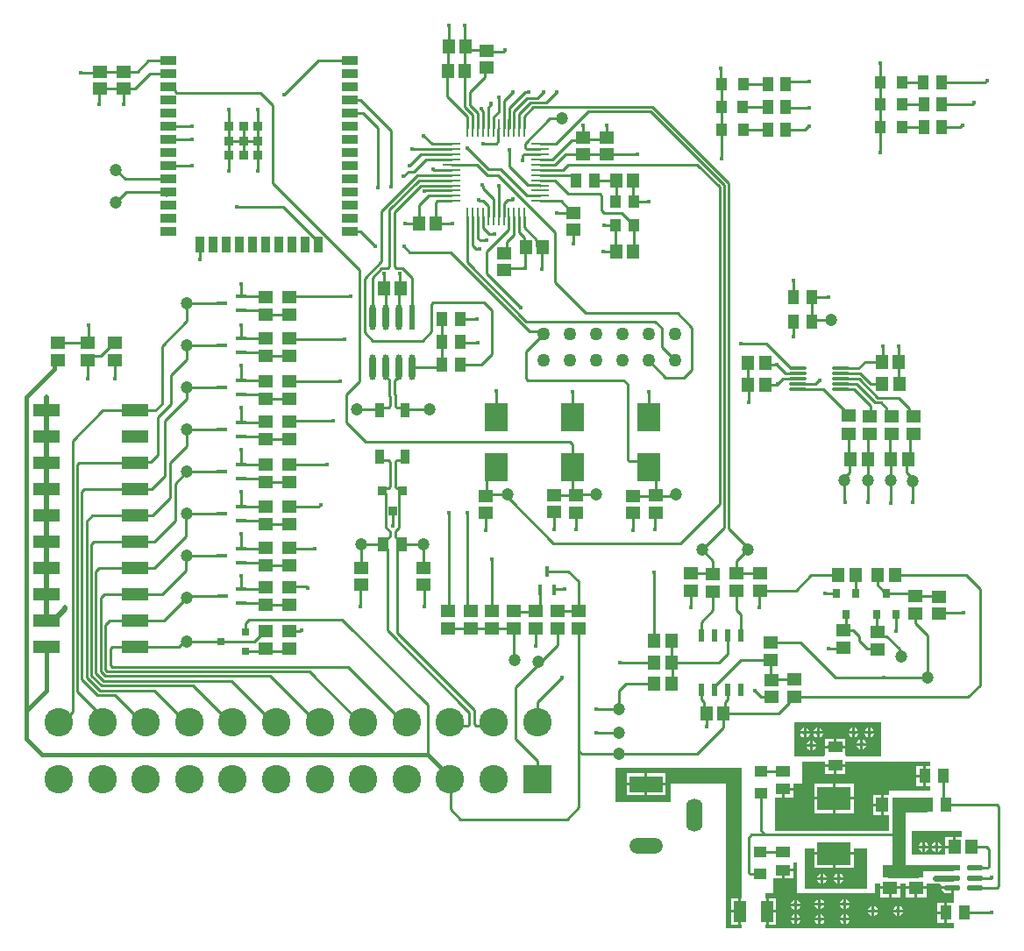
<source format=gtl>
G04*
G04 #@! TF.GenerationSoftware,Altium Limited,Altium Designer,24.6.1 (21)*
G04*
G04 Layer_Physical_Order=1*
G04 Layer_Color=255*
%FSLAX44Y44*%
%MOMM*%
G71*
G04*
G04 #@! TF.SameCoordinates,AFB4F5FC-0506-43F6-848E-FD61737C44D3*
G04*
G04*
G04 #@! TF.FilePolarity,Positive*
G04*
G01*
G75*
%ADD14C,0.2540*%
%ADD20R,0.2794X1.7780*%
%ADD21R,1.7780X0.2794*%
%ADD23R,0.9000X0.9000*%
%ADD24R,0.9000X1.5000*%
%ADD25R,1.5000X0.9000*%
%ADD27R,2.5654X1.2700*%
%ADD30R,0.9000X1.3500*%
%ADD34R,1.1430X2.0320*%
%ADD35R,3.3000X2.3000*%
%ADD36R,1.1176X0.4572*%
G04:AMPARAMS|DCode=37|XSize=1.5544mm|YSize=0.5721mm|CornerRadius=0.2861mm|HoleSize=0mm|Usage=FLASHONLY|Rotation=0.000|XOffset=0mm|YOffset=0mm|HoleType=Round|Shape=RoundedRectangle|*
%AMROUNDEDRECTD37*
21,1,1.5544,0.0000,0,0,0.0*
21,1,0.9823,0.5721,0,0,0.0*
1,1,0.5721,0.4911,0.0000*
1,1,0.5721,-0.4911,0.0000*
1,1,0.5721,-0.4911,0.0000*
1,1,0.5721,0.4911,0.0000*
%
%ADD37ROUNDEDRECTD37*%
%ADD38R,1.5544X0.5721*%
%ADD39R,0.4572X1.1176*%
%ADD40R,2.2000X2.8000*%
%ADD41R,0.8500X0.8500*%
%ADD42R,0.6221X2.4692*%
G04:AMPARAMS|DCode=43|XSize=2.4692mm|YSize=0.6221mm|CornerRadius=0.3111mm|HoleSize=0mm|Usage=FLASHONLY|Rotation=270.000|XOffset=0mm|YOffset=0mm|HoleType=Round|Shape=RoundedRectangle|*
%AMROUNDEDRECTD43*
21,1,2.4692,0.0000,0,0,270.0*
21,1,1.8470,0.6221,0,0,270.0*
1,1,0.6221,0.0000,-0.9235*
1,1,0.6221,0.0000,0.9235*
1,1,0.6221,0.0000,0.9235*
1,1,0.6221,0.0000,-0.9235*
%
%ADD43ROUNDEDRECTD43*%
%ADD44R,1.0500X1.3000*%
%ADD46R,0.4826X1.2573*%
%ADD50R,2.7500X2.7500*%
%ADD51C,2.7500*%
%ADD52C,1.2700*%
%ADD53R,3.2000X1.6000*%
G04:AMPARAMS|DCode=54|XSize=3.2mm|YSize=1.6mm|CornerRadius=0.8mm|HoleSize=0mm|Usage=FLASHONLY|Rotation=180.000|XOffset=0mm|YOffset=0mm|HoleType=Round|Shape=RoundedRectangle|*
%AMROUNDEDRECTD54*
21,1,3.2000,0.0000,0,0,180.0*
21,1,1.6000,1.6000,0,0,180.0*
1,1,1.6000,-0.8000,0.0000*
1,1,1.6000,0.8000,0.0000*
1,1,1.6000,0.8000,0.0000*
1,1,1.6000,-0.8000,0.0000*
%
%ADD54ROUNDEDRECTD54*%
G04:AMPARAMS|DCode=55|XSize=1.6mm|YSize=3.2mm|CornerRadius=0.8mm|HoleSize=0mm|Usage=FLASHONLY|Rotation=180.000|XOffset=0mm|YOffset=0mm|HoleType=Round|Shape=RoundedRectangle|*
%AMROUNDEDRECTD55*
21,1,1.6000,1.6000,0,0,180.0*
21,1,0.0000,3.2000,0,0,180.0*
1,1,1.6000,0.0000,0.8000*
1,1,1.6000,0.0000,0.8000*
1,1,1.6000,0.0000,-0.8000*
1,1,1.6000,0.0000,-0.8000*
%
%ADD55ROUNDEDRECTD55*%
%ADD57R,1.1000X1.3000*%
%ADD58C,1.2000*%
%ADD59O,1.7000X0.3000*%
%ADD60R,1.3500X1.2000*%
%ADD61R,1.2000X1.3500*%
%ADD62R,1.3000X1.4500*%
%ADD63R,1.4500X1.3000*%
%ADD64R,1.1000X1.4500*%
%ADD65R,1.4500X1.1000*%
%ADD66R,1.3000X1.1000*%
%ADD67R,0.8000X0.9000*%
%ADD68R,0.8000X0.8000*%
%ADD69C,0.5700*%
%ADD70C,0.4000*%
%ADD71C,0.5000*%
%ADD72C,0.9000*%
%ADD73C,1.3000*%
%ADD74C,0.6300*%
%ADD75C,1.4600*%
%ADD76C,0.4500*%
G36*
X1610360Y424180D02*
X1577946D01*
X1575700Y424890D01*
X1575700Y426720D01*
Y431660D01*
X1565910D01*
X1556120D01*
X1556120Y424890D01*
X1553874Y424180D01*
X1526540D01*
Y457200D01*
X1610360D01*
Y424180D01*
D02*
G37*
G36*
X1657350Y414920D02*
X1653680D01*
Y405130D01*
Y395340D01*
X1657350D01*
Y391160D01*
X1617980D01*
Y386980D01*
X1612520D01*
Y377190D01*
Y367400D01*
X1617980D01*
Y352262D01*
X1507490D01*
Y384331D01*
X1514204D01*
Y392371D01*
X1515474D01*
Y393641D01*
X1525264D01*
Y397510D01*
X1534160D01*
Y419100D01*
X1556120D01*
Y416700D01*
X1565910D01*
X1575700D01*
Y419100D01*
X1657350D01*
Y414920D01*
D02*
G37*
G36*
X1596390Y295910D02*
X1536700D01*
Y335280D01*
X1545600D01*
Y331640D01*
X1564640D01*
X1583680D01*
Y335280D01*
X1596390D01*
Y295910D01*
D02*
G37*
G36*
X1687830Y346257D02*
X1682354D01*
Y336467D01*
X1681084D01*
Y335197D01*
X1672044D01*
Y328980D01*
X1658620D01*
X1658370Y328930D01*
X1639570D01*
Y351790D01*
X1687830D01*
Y346257D01*
D02*
G37*
G36*
X1529080Y292100D02*
X1604010D01*
Y300990D01*
X1609046D01*
Y298357D01*
X1628626D01*
Y300990D01*
X1634237D01*
Y298357D01*
X1653817D01*
Y300990D01*
X1667261D01*
X1668740Y298450D01*
X1668723Y298367D01*
X1678889D01*
Y297097D01*
X1680159D01*
Y291591D01*
X1680459D01*
Y282840D01*
X1674000D01*
Y273050D01*
Y263260D01*
X1680459D01*
Y257885D01*
X1498600D01*
Y261620D01*
X1499235D01*
Y274320D01*
Y287020D01*
X1498600D01*
Y292100D01*
X1506220D01*
Y305877D01*
X1514204D01*
Y313918D01*
X1515474D01*
Y315187D01*
X1525264D01*
Y321310D01*
X1529080D01*
Y292100D01*
D02*
G37*
G36*
X1475740D02*
Y287020D01*
X1475105D01*
Y274320D01*
Y261620D01*
X1475740D01*
Y257885D01*
X1459981D01*
Y397510D01*
X1407160D01*
Y379730D01*
X1353820D01*
Y412750D01*
X1475740D01*
Y292100D01*
D02*
G37*
%LPC*%
G36*
X1600200Y451699D02*
Y448310D01*
X1603589D01*
X1602991Y449753D01*
X1601643Y451101D01*
X1600200Y451699D01*
D02*
G37*
G36*
X1597660D02*
X1596217Y451101D01*
X1594869Y449753D01*
X1594271Y448310D01*
X1597660D01*
Y451699D01*
D02*
G37*
G36*
X1584960D02*
Y448310D01*
X1588349D01*
X1587751Y449753D01*
X1586403Y451101D01*
X1584960Y451699D01*
D02*
G37*
G36*
X1582420D02*
X1580977Y451101D01*
X1579629Y449753D01*
X1579031Y448310D01*
X1582420D01*
Y451699D01*
D02*
G37*
G36*
X1550670D02*
Y448310D01*
X1554059D01*
X1553461Y449753D01*
X1552113Y451101D01*
X1550670Y451699D01*
D02*
G37*
G36*
X1548130D02*
X1546687Y451101D01*
X1545339Y449753D01*
X1544741Y448310D01*
X1548130D01*
Y451699D01*
D02*
G37*
G36*
X1537970D02*
Y448310D01*
X1541359D01*
X1540761Y449753D01*
X1539413Y451101D01*
X1537970Y451699D01*
D02*
G37*
G36*
X1535430D02*
X1533987Y451101D01*
X1532639Y449753D01*
X1532041Y448310D01*
X1535430D01*
Y451699D01*
D02*
G37*
G36*
X1603589Y445770D02*
X1600200D01*
Y442381D01*
X1601643Y442979D01*
X1602991Y444327D01*
X1603589Y445770D01*
D02*
G37*
G36*
X1597660D02*
X1594271D01*
X1594869Y444327D01*
X1596217Y442979D01*
X1597660Y442381D01*
Y445770D01*
D02*
G37*
G36*
X1588349D02*
X1584960D01*
Y442381D01*
X1586403Y442979D01*
X1587751Y444327D01*
X1588349Y445770D01*
D02*
G37*
G36*
X1582420D02*
X1579031D01*
X1579629Y444327D01*
X1580977Y442979D01*
X1582420Y442381D01*
Y445770D01*
D02*
G37*
G36*
X1554059D02*
X1550670D01*
Y442381D01*
X1552113Y442979D01*
X1553461Y444327D01*
X1554059Y445770D01*
D02*
G37*
G36*
X1548130D02*
X1544741D01*
X1545339Y444327D01*
X1546687Y442979D01*
X1548130Y442381D01*
Y445770D01*
D02*
G37*
G36*
X1541359D02*
X1537970D01*
Y442381D01*
X1539413Y442979D01*
X1540761Y444327D01*
X1541359Y445770D01*
D02*
G37*
G36*
X1535430D02*
X1532041D01*
X1532639Y444327D01*
X1533987Y442979D01*
X1535430Y442381D01*
Y445770D01*
D02*
G37*
G36*
X1592580Y440269D02*
Y436880D01*
X1595969D01*
X1595371Y438323D01*
X1594023Y439671D01*
X1592580Y440269D01*
D02*
G37*
G36*
X1590040D02*
X1588597Y439671D01*
X1587249Y438323D01*
X1586651Y436880D01*
X1590040D01*
Y440269D01*
D02*
G37*
G36*
X1544030Y439359D02*
Y435970D01*
X1547419D01*
X1546821Y437413D01*
X1545473Y438761D01*
X1544030Y439359D01*
D02*
G37*
G36*
X1541490D02*
X1540047Y438761D01*
X1538699Y437413D01*
X1538101Y435970D01*
X1541490D01*
Y439359D01*
D02*
G37*
G36*
X1568660Y441031D02*
X1568198Y440970D01*
X1567180D01*
Y434200D01*
X1575725D01*
X1575700Y434391D01*
Y440970D01*
X1569122D01*
X1568660Y441031D01*
D02*
G37*
G36*
X1563160Y441031D02*
X1562699Y440970D01*
X1556120D01*
Y434391D01*
X1556095Y434200D01*
X1564640D01*
Y440970D01*
X1563622D01*
X1563160Y441031D01*
D02*
G37*
G36*
X1595969Y434340D02*
X1592580D01*
Y430951D01*
X1594023Y431549D01*
X1595371Y432897D01*
X1595969Y434340D01*
D02*
G37*
G36*
X1590040D02*
X1586651D01*
X1587249Y432897D01*
X1588597Y431549D01*
X1590040Y430951D01*
Y434340D01*
D02*
G37*
G36*
X1547419Y433430D02*
X1544030D01*
Y430041D01*
X1545473Y430639D01*
X1546821Y431987D01*
X1547419Y433430D01*
D02*
G37*
G36*
X1541490D02*
X1538101D01*
X1538699Y431987D01*
X1540047Y430639D01*
X1541490Y430041D01*
Y433430D01*
D02*
G37*
G36*
X1575700Y414160D02*
X1567180D01*
Y407390D01*
X1575700D01*
Y414160D01*
D02*
G37*
G36*
X1564640D02*
X1556120D01*
Y407390D01*
X1564640D01*
Y414160D01*
D02*
G37*
G36*
X1651140Y414920D02*
X1644370D01*
Y406400D01*
X1651140D01*
Y414920D01*
D02*
G37*
G36*
Y403860D02*
X1644370D01*
Y395340D01*
X1651140D01*
Y403860D01*
D02*
G37*
G36*
X1583680Y397410D02*
X1565910D01*
Y384640D01*
X1583680D01*
Y397410D01*
D02*
G37*
G36*
X1563370D02*
X1545600D01*
Y384640D01*
X1563370D01*
Y397410D01*
D02*
G37*
G36*
X1525264Y391101D02*
X1516744D01*
Y384331D01*
X1525264D01*
Y391101D01*
D02*
G37*
G36*
X1609980Y386980D02*
X1602210D01*
Y378460D01*
X1609980D01*
Y386980D01*
D02*
G37*
G36*
X1583680Y382100D02*
X1565910D01*
Y369330D01*
X1583680D01*
Y382100D01*
D02*
G37*
G36*
X1563370D02*
X1545600D01*
Y369330D01*
X1563370D01*
Y382100D01*
D02*
G37*
G36*
X1609980Y375920D02*
X1602210D01*
Y367400D01*
X1609980D01*
Y375920D01*
D02*
G37*
G36*
X1583680Y329100D02*
X1565910D01*
Y316330D01*
X1583680D01*
Y329100D01*
D02*
G37*
G36*
X1563370D02*
X1545600D01*
Y316330D01*
X1563370D01*
Y329100D01*
D02*
G37*
G36*
X1570543Y310704D02*
Y307316D01*
X1573932D01*
X1573334Y308759D01*
X1571987Y310107D01*
X1570543Y310704D01*
D02*
G37*
G36*
X1568003D02*
X1566560Y310107D01*
X1565212Y308759D01*
X1564615Y307316D01*
X1568003D01*
Y310704D01*
D02*
G37*
G36*
X1554307Y310558D02*
Y307169D01*
X1557695D01*
X1557097Y308613D01*
X1555750Y309960D01*
X1554307Y310558D01*
D02*
G37*
G36*
X1551767D02*
X1550323Y309960D01*
X1548976Y308613D01*
X1548378Y307169D01*
X1551767D01*
Y310558D01*
D02*
G37*
G36*
X1573932Y304776D02*
X1570543D01*
Y301387D01*
X1571987Y301985D01*
X1573334Y303332D01*
X1573932Y304776D01*
D02*
G37*
G36*
X1568003D02*
X1564615D01*
X1565212Y303332D01*
X1566560Y301985D01*
X1568003Y301387D01*
Y304776D01*
D02*
G37*
G36*
X1557695Y304629D02*
X1554307D01*
Y301241D01*
X1555750Y301839D01*
X1557097Y303186D01*
X1557695Y304629D01*
D02*
G37*
G36*
X1551767D02*
X1548378D01*
X1548976Y303186D01*
X1550323Y301839D01*
X1551767Y301241D01*
Y304629D01*
D02*
G37*
G36*
X1664970Y341209D02*
Y337820D01*
X1668359D01*
X1667761Y339263D01*
X1666413Y340611D01*
X1664970Y341209D01*
D02*
G37*
G36*
X1662430D02*
X1660987Y340611D01*
X1659639Y339263D01*
X1659041Y337820D01*
X1662430D01*
Y341209D01*
D02*
G37*
G36*
X1652691D02*
Y337820D01*
X1656080D01*
X1655482Y339263D01*
X1654135Y340611D01*
X1652691Y341209D01*
D02*
G37*
G36*
X1650151D02*
X1648708Y340611D01*
X1647361Y339263D01*
X1646763Y337820D01*
X1650151D01*
Y341209D01*
D02*
G37*
G36*
X1679814Y346257D02*
X1672044D01*
Y337737D01*
X1679814D01*
Y346257D01*
D02*
G37*
G36*
X1668359Y335280D02*
X1664970D01*
Y331891D01*
X1666413Y332489D01*
X1667761Y333837D01*
X1668359Y335280D01*
D02*
G37*
G36*
X1662430D02*
X1659041D01*
X1659639Y333837D01*
X1660987Y332489D01*
X1662430Y331891D01*
Y335280D01*
D02*
G37*
G36*
X1656080D02*
X1652691D01*
Y331891D01*
X1654135Y332489D01*
X1655482Y333837D01*
X1656080Y335280D01*
D02*
G37*
G36*
X1650151D02*
X1646763D01*
X1647361Y333837D01*
X1648708Y332489D01*
X1650151Y331891D01*
Y335280D01*
D02*
G37*
G36*
X1525264Y312647D02*
X1516744D01*
Y305877D01*
X1525264D01*
Y312647D01*
D02*
G37*
G36*
X1677619Y295827D02*
X1668723D01*
X1668890Y294990D01*
X1670083Y293204D01*
X1671870Y292010D01*
X1673977Y291591D01*
X1677619D01*
Y295827D01*
D02*
G37*
G36*
X1653817Y295817D02*
X1645297D01*
Y288047D01*
X1653817D01*
Y295817D01*
D02*
G37*
G36*
X1642757D02*
X1634237D01*
Y288047D01*
X1642757D01*
Y295817D01*
D02*
G37*
G36*
X1628626D02*
X1620106D01*
Y288047D01*
X1628626D01*
Y295817D01*
D02*
G37*
G36*
X1617566D02*
X1609046D01*
Y288047D01*
X1617566D01*
Y295817D01*
D02*
G37*
G36*
X1576239Y286080D02*
Y282692D01*
X1579627D01*
X1579030Y284135D01*
X1577682Y285482D01*
X1576239Y286080D01*
D02*
G37*
G36*
X1573699D02*
X1572256Y285482D01*
X1570908Y284135D01*
X1570310Y282692D01*
X1573699D01*
Y286080D01*
D02*
G37*
G36*
X1552066Y285879D02*
Y282491D01*
X1555454D01*
X1554856Y283934D01*
X1553509Y285282D01*
X1552066Y285879D01*
D02*
G37*
G36*
X1549526D02*
X1548082Y285282D01*
X1546735Y283934D01*
X1546137Y282491D01*
X1549526D01*
Y285879D01*
D02*
G37*
G36*
X1528795Y285278D02*
Y281889D01*
X1532184D01*
X1531586Y283332D01*
X1530238Y284680D01*
X1528795Y285278D01*
D02*
G37*
G36*
X1526255D02*
X1524812Y284680D01*
X1523464Y283332D01*
X1522866Y281889D01*
X1526255D01*
Y285278D01*
D02*
G37*
G36*
X1579627Y280152D02*
X1576239D01*
Y276763D01*
X1577682Y277361D01*
X1579030Y278708D01*
X1579627Y280152D01*
D02*
G37*
G36*
X1573699D02*
X1570310D01*
X1570908Y278708D01*
X1572256Y277361D01*
X1573699Y276763D01*
Y280152D01*
D02*
G37*
G36*
X1555454Y279951D02*
X1552066D01*
Y276562D01*
X1553509Y277160D01*
X1554856Y278508D01*
X1555454Y279951D01*
D02*
G37*
G36*
X1549526D02*
X1546137D01*
X1546735Y278508D01*
X1548082Y277160D01*
X1549526Y276562D01*
Y279951D01*
D02*
G37*
G36*
X1627828Y279550D02*
Y276161D01*
X1631217D01*
X1630619Y277605D01*
X1629271Y278952D01*
X1627828Y279550D01*
D02*
G37*
G36*
X1625288D02*
X1623845Y278952D01*
X1622497Y277605D01*
X1621899Y276161D01*
X1625288D01*
Y279550D01*
D02*
G37*
G36*
X1603698D02*
Y276161D01*
X1607087D01*
X1606489Y277605D01*
X1605141Y278952D01*
X1603698Y279550D01*
D02*
G37*
G36*
X1601158D02*
X1599715Y278952D01*
X1598367Y277605D01*
X1597769Y276161D01*
X1601158D01*
Y279550D01*
D02*
G37*
G36*
X1532184Y279349D02*
X1528795D01*
Y275961D01*
X1530238Y276558D01*
X1531586Y277906D01*
X1532184Y279349D01*
D02*
G37*
G36*
X1526255D02*
X1522866D01*
X1523464Y277906D01*
X1524812Y276558D01*
X1526255Y275961D01*
Y279349D01*
D02*
G37*
G36*
X1508760Y287020D02*
X1501775D01*
Y275590D01*
X1508760D01*
Y287020D01*
D02*
G37*
G36*
X1671460Y282840D02*
X1664690D01*
Y274320D01*
X1671460D01*
Y282840D01*
D02*
G37*
G36*
X1631217Y273622D02*
X1627828D01*
Y270233D01*
X1629271Y270831D01*
X1630619Y272178D01*
X1631217Y273622D01*
D02*
G37*
G36*
X1625288D02*
X1621899D01*
X1622497Y272178D01*
X1623845Y270831D01*
X1625288Y270233D01*
Y273622D01*
D02*
G37*
G36*
X1607087D02*
X1603698D01*
Y270233D01*
X1605141Y270831D01*
X1606489Y272178D01*
X1607087Y273622D01*
D02*
G37*
G36*
X1601158D02*
X1597769D01*
X1598367Y272178D01*
X1599715Y270831D01*
X1601158Y270233D01*
Y273622D01*
D02*
G37*
G36*
X1529080Y271359D02*
Y267970D01*
X1532469D01*
X1531871Y269413D01*
X1530523Y270761D01*
X1529080Y271359D01*
D02*
G37*
G36*
X1526540D02*
X1525097Y270761D01*
X1523749Y269413D01*
X1523151Y267970D01*
X1526540D01*
Y271359D01*
D02*
G37*
G36*
X1576260Y271190D02*
Y267802D01*
X1579648D01*
X1579050Y269245D01*
X1577703Y270593D01*
X1576260Y271190D01*
D02*
G37*
G36*
X1573720D02*
X1572276Y270593D01*
X1570929Y269245D01*
X1570331Y267802D01*
X1573720D01*
Y271190D01*
D02*
G37*
G36*
X1552130D02*
Y267802D01*
X1555518D01*
X1554921Y269245D01*
X1553573Y270593D01*
X1552130Y271190D01*
D02*
G37*
G36*
X1549590D02*
X1548146Y270593D01*
X1546799Y269245D01*
X1546201Y267802D01*
X1549590D01*
Y271190D01*
D02*
G37*
G36*
X1671460Y271780D02*
X1664690D01*
Y263260D01*
X1671460D01*
Y271780D01*
D02*
G37*
G36*
X1532469Y265430D02*
X1529080D01*
Y262041D01*
X1530523Y262639D01*
X1531871Y263987D01*
X1532469Y265430D01*
D02*
G37*
G36*
X1526540D02*
X1523151D01*
X1523749Y263987D01*
X1525097Y262639D01*
X1526540Y262041D01*
Y265430D01*
D02*
G37*
G36*
X1579648Y265262D02*
X1576260D01*
Y261873D01*
X1577703Y262471D01*
X1579050Y263818D01*
X1579648Y265262D01*
D02*
G37*
G36*
X1573720D02*
X1570331D01*
X1570929Y263818D01*
X1572276Y262471D01*
X1573720Y261873D01*
Y265262D01*
D02*
G37*
G36*
X1555518D02*
X1552130D01*
Y261873D01*
X1553573Y262471D01*
X1554921Y263818D01*
X1555518Y265262D01*
D02*
G37*
G36*
X1549590D02*
X1546201D01*
X1546799Y263818D01*
X1548146Y262471D01*
X1549590Y261873D01*
Y265262D01*
D02*
G37*
G36*
X1508760Y273050D02*
X1501775D01*
Y261620D01*
X1508760D01*
Y273050D01*
D02*
G37*
G36*
X1401510Y407761D02*
X1384240D01*
Y398491D01*
X1401510D01*
Y407761D01*
D02*
G37*
G36*
X1381700D02*
X1364430D01*
Y398491D01*
X1381700D01*
Y407761D01*
D02*
G37*
G36*
X1401510Y395951D02*
X1384240D01*
Y386681D01*
X1401510D01*
Y395951D01*
D02*
G37*
G36*
X1381700D02*
X1364430D01*
Y386681D01*
X1381700D01*
Y395951D01*
D02*
G37*
G36*
X1472565Y287020D02*
X1465580D01*
Y275590D01*
X1472565D01*
Y287020D01*
D02*
G37*
G36*
Y273050D02*
X1465580D01*
Y261620D01*
X1472565D01*
Y273050D01*
D02*
G37*
%LPD*%
D14*
X1277971Y453969D02*
Y476601D01*
X1290943Y489573D02*
X1290943D01*
X1277971Y476601D02*
X1290943Y489573D01*
X1290943D02*
X1301750Y500380D01*
X1265138Y1005433D02*
X1280795D01*
X1263650Y1003945D02*
X1265138Y1005433D01*
X1263650Y999490D02*
Y1003945D01*
X1280795Y1005433D02*
X1280922Y1005560D01*
X1235730Y945408D02*
Y962640D01*
X1225554Y972816D02*
X1235730Y962640D01*
X1225554Y972816D02*
Y975279D01*
X1225179Y975654D02*
X1225554Y975279D01*
X1240750Y974138D02*
X1241260Y974648D01*
Y975178D01*
X1240750Y945388D02*
Y974138D01*
X1254362Y961927D02*
X1254737Y962303D01*
X1245750Y958359D02*
X1249318Y961927D01*
X1254362D01*
X1690230Y273050D02*
X1717040D01*
X1700981Y306684D02*
X1715853D01*
X1716510Y307340D01*
X1717040D01*
X1700894Y306597D02*
X1700981Y306684D01*
X1721902Y377190D02*
X1723390Y375702D01*
X1721902Y297097D02*
X1723390Y298585D01*
X1700894Y297097D02*
X1721902D01*
X1723390Y298585D02*
Y375702D01*
X1669910Y377190D02*
X1721902D01*
X1426210Y567690D02*
Y583710D01*
X1492250Y567690D02*
Y582930D01*
X1637943Y712503D02*
Y735081D01*
X1636640Y711200D02*
X1637943Y712503D01*
X1627410Y770350D02*
X1637249Y760511D01*
X1607160Y770350D02*
X1627410D01*
X1637249Y755608D02*
Y760511D01*
Y755608D02*
X1640668Y752189D01*
X1578859Y712611D02*
Y735955D01*
Y712611D02*
X1580270Y711200D01*
Y710450D02*
Y711200D01*
X1276289Y547139D02*
X1276604Y547453D01*
X1276289Y530682D02*
Y547139D01*
X1278890Y513080D02*
Y515620D01*
X1256897Y441093D02*
Y491087D01*
X1278890Y513080D01*
X1275080Y518160D02*
X1283970D01*
X1278160Y398780D02*
Y419830D01*
X1297724Y531914D02*
Y547365D01*
X1283970Y518160D02*
X1297724Y531914D01*
X1234580Y547453D02*
X1255150D01*
X1213609D02*
X1234580D01*
X1131686Y645246D02*
X1135732Y641199D01*
X1131686Y645246D02*
Y677787D01*
X1140812Y636118D02*
Y641144D01*
X1142300Y634630D02*
X1142476D01*
X1138206Y660767D02*
X1138300Y660673D01*
X1133436Y634630D02*
X1133928D01*
X1129206Y630400D02*
X1133436Y634630D01*
X1140812Y636118D02*
X1142300Y634630D01*
X1140812Y641144D02*
X1144726Y645057D01*
X1133928Y634630D02*
X1135732Y636435D01*
X1144726Y645057D02*
Y677787D01*
X1142476Y634630D02*
X1146706Y630400D01*
X1138300Y646438D02*
Y660673D01*
X1135732Y636435D02*
Y641199D01*
X1128706Y680767D02*
X1131686Y677787D01*
X1129206Y628650D02*
Y630400D01*
X1146706Y628650D02*
Y630400D01*
X1168693Y569140D02*
Y589650D01*
X1168543Y589800D02*
X1168693Y589650D01*
X1107515Y589528D02*
X1107777Y589790D01*
X1107515Y568859D02*
Y589528D01*
X1615334Y540203D02*
X1627727Y527810D01*
X1606489Y544416D02*
X1610701Y540203D01*
X1615334D01*
X1627727Y522383D02*
X1629410Y520700D01*
X1627727Y522383D02*
Y527810D01*
X1624832Y545333D02*
Y560964D01*
X1624686Y561110D02*
X1624832Y560964D01*
X1666759Y562749D02*
X1690209D01*
X1666240Y562230D02*
X1666759Y562749D01*
X1370440Y659036D02*
X1370813Y659409D01*
X1370440Y642123D02*
Y659036D01*
X1392040Y642868D02*
Y658701D01*
X1392341Y659002D01*
X1315880Y643148D02*
Y659179D01*
X1315668Y659392D02*
X1315880Y659179D01*
X1294280Y642961D02*
Y659870D01*
X1294130Y660020D02*
X1294280Y659870D01*
X1249680Y674350D02*
Y676910D01*
X1252652Y671089D02*
Y671378D01*
X1293821Y629920D02*
X1416050D01*
X1249680Y674350D02*
X1252652Y671378D01*
Y671089D02*
X1293821Y629920D01*
X1229360Y676910D02*
X1249680D01*
X1550140Y787400D02*
X1550670D01*
X1546410Y783670D02*
X1550140Y787400D01*
X1530170Y783670D02*
X1546410D01*
X1554644Y778670D02*
X1580689Y752624D01*
X1530170Y778670D02*
X1554644D01*
X1203609Y824310D02*
X1204435Y823485D01*
X1220584D01*
X1203497Y846531D02*
X1203765Y846263D01*
X1219822D01*
X1210310Y567752D02*
X1213609Y564453D01*
X1210310Y567752D02*
Y659130D01*
X1455912Y1001867D02*
Y1029186D01*
Y1001867D02*
X1456071Y1001709D01*
X1344930Y1005460D02*
X1374282D01*
X1374435Y1005307D01*
X1192530Y1109980D02*
Y1130300D01*
X1207770Y1110740D02*
Y1130300D01*
Y1110740D02*
X1208530Y1109980D01*
X1248410Y915311D02*
Y920750D01*
X1245870Y913130D02*
X1246229D01*
X1248410Y915311D01*
Y920750D02*
X1255750Y928090D01*
X1229360Y890386D02*
Y911812D01*
Y890386D02*
X1262356Y857390D01*
X1210750Y901189D02*
Y945388D01*
X1154847Y911186D02*
X1194333D01*
X1270930Y834589D01*
X1278482D01*
X1267730Y844209D02*
X1392190D01*
X1210750Y901189D02*
X1267730Y844209D01*
X1229360Y911812D02*
X1250750Y933202D01*
X1266840Y895800D02*
Y911737D01*
X1265378Y913199D02*
X1266840Y911737D01*
X1250750Y933202D02*
Y945388D01*
X1282948Y895121D02*
Y911537D01*
X1277850Y916635D02*
X1282948Y911537D01*
X1247200Y895800D02*
X1266840D01*
X1260750Y929870D02*
Y945388D01*
X1265378Y913199D02*
Y925242D01*
X1260750Y929870D02*
X1265378Y925242D01*
X1265877Y935033D02*
X1277850Y923060D01*
X1265877Y935033D02*
Y945261D01*
X1277850Y916635D02*
Y923060D01*
X1265750Y945388D02*
X1265877Y945261D01*
X1008380Y989330D02*
Y1004340D01*
X1008650Y1004610D01*
X1478537Y629065D02*
X1481604Y625999D01*
X1478537Y629065D02*
Y629166D01*
X1463230Y644473D02*
X1478537Y629166D01*
X1463230Y644473D02*
Y977851D01*
X1481604Y623439D02*
Y625999D01*
X1457540Y465797D02*
X1511287D01*
X1521138Y475648D01*
X1525868Y481128D02*
X1526618D01*
X1521138Y476398D02*
X1525868Y481128D01*
X1521138Y475648D02*
Y476398D01*
X1286610Y1055470D02*
X1296670Y1065530D01*
X1271370Y1055470D02*
X1286610D01*
X1241245Y1060368D02*
X1241337Y1060276D01*
Y1047027D02*
Y1060276D01*
X1245877Y1057365D02*
X1254443Y1065931D01*
X1245877Y1030859D02*
Y1057365D01*
X1233830Y1053798D02*
Y1054328D01*
X1230750Y1050717D02*
X1233830Y1053798D01*
X1230750Y1030732D02*
Y1050717D01*
X1224280Y1048889D02*
X1225750Y1047419D01*
X1224280Y1048889D02*
Y1049419D01*
X1225750Y1030732D02*
Y1047419D01*
X1235750Y1041440D02*
X1241337Y1047027D01*
X1266190Y1012048D02*
X1267678Y1010560D01*
X1266190Y1016000D02*
X1290265Y1040075D01*
X1267678Y1010560D02*
X1280922D01*
X1266190Y1012048D02*
Y1016000D01*
X1290265Y1040075D02*
X1301695D01*
X1301750Y1040130D01*
X1295527Y881932D02*
Y930333D01*
X1325289Y852170D02*
X1413510D01*
X1295527Y881932D02*
X1325289Y852170D01*
X1240340Y985520D02*
X1295527Y930333D01*
X1230129Y985520D02*
X1240340D01*
X1427480Y797560D02*
Y838200D01*
X1413510Y852170D02*
X1427480Y838200D01*
X1402080Y789940D02*
X1419860D01*
X1385570Y806450D02*
X1402080Y789940D01*
X1419860D02*
X1427480Y797560D01*
X1392190Y844209D02*
X1398235Y838165D01*
X1220089Y995560D02*
X1230129Y985520D01*
X1195578Y995560D02*
X1220089D01*
X1231231Y990838D02*
X1242614D01*
X1210770Y1011300D02*
X1231231Y990838D01*
X1236605Y928745D02*
X1236980Y928370D01*
X1170175Y970560D02*
X1195578D01*
X1168826Y969741D02*
X1169356D01*
X1170175Y970560D01*
X1149149Y984250D02*
X1153673Y988774D01*
X1159249D01*
X1171035Y1000560D02*
X1195578D01*
X1159249Y988774D02*
X1171035Y1000560D01*
X1162165Y985270D02*
X1179268D01*
X1140460Y949960D02*
X1166060Y975560D01*
X1163956Y980640D02*
X1195318D01*
X1135380Y952064D02*
X1163956Y980640D01*
X1166060Y975560D02*
X1195398D01*
X1127767Y950872D02*
X1162165Y985270D01*
X1135380Y897278D02*
Y952064D01*
X1127767Y901964D02*
Y950872D01*
X1180210Y938530D02*
X1196340D01*
X1107640Y1057710D02*
X1137153Y1028196D01*
X1136868Y974480D02*
X1137153Y974765D01*
Y1028196D01*
X1110180Y1045010D02*
X1124402Y1030788D01*
Y973528D02*
Y1030788D01*
X1111250Y885447D02*
X1127767Y901964D01*
X1107251Y930910D02*
X1121542Y916619D01*
X1097350Y930910D02*
X1107251D01*
X1111250Y833338D02*
X1119088Y825500D01*
X1111250Y833338D02*
Y885447D01*
X1093622Y773964D02*
X1106170Y786512D01*
X1022350Y977882D02*
X1106170Y894062D01*
Y786512D02*
Y894062D01*
X1038860Y867931D02*
X1039263Y868334D01*
X1098251D01*
X1039687Y827207D02*
X1092437D01*
X1038860Y828035D02*
X1039687Y827207D01*
X1038860Y786620D02*
X1038968Y786512D01*
X1087700D01*
X1038860Y747640D02*
X1039405Y748185D01*
X1081241D01*
X1038938Y706198D02*
X1075212D01*
X1038860Y706120D02*
X1038938Y706198D01*
X1038926Y665605D02*
X1067464D01*
X1068437Y666579D01*
X1068967D01*
X1038860Y625330D02*
X1039736Y624454D01*
X1062929D01*
X1050398Y545878D02*
X1050929D01*
X1038999Y544742D02*
X1049263D01*
X1050398Y545878D01*
X1038860Y544882D02*
X1038999Y544742D01*
X1039250Y588010D02*
X1054840D01*
X1056110Y586740D01*
X1056640D01*
X1179268Y985270D02*
X1179558Y985560D01*
X1195578D01*
X1177247Y991055D02*
X1177615Y990687D01*
X1128014Y895790D02*
X1133892D01*
X1135380Y897278D01*
X1140460D02*
Y949960D01*
X1147827Y895790D02*
X1156970Y886646D01*
X1140460Y897278D02*
X1141948Y895790D01*
X1119088Y825500D02*
X1167130D01*
X1177615Y990687D02*
X1195451D01*
X1141948Y895790D02*
X1147827D01*
X1195451Y990687D02*
X1195578Y990560D01*
X1156970Y848372D02*
Y886646D01*
X1118870Y848372D02*
Y886646D01*
X1128014Y895790D01*
X1164210Y956274D02*
X1173496Y965560D01*
X1195578D01*
X1149221Y916812D02*
X1154847Y911186D01*
X1022350Y977882D02*
Y1052830D01*
X1167130Y825500D02*
X1176020Y834390D01*
Y860842D01*
X1177508Y862330D02*
X1226820D01*
X1176020Y860842D02*
X1177508Y862330D01*
X1226820D02*
X1234440Y854710D01*
Y812800D02*
Y854710D01*
X1224360Y802720D02*
X1234440Y812800D01*
X1203469Y802720D02*
X1224360D01*
X1250864Y1030846D02*
Y1050204D01*
X1266190Y1065530D01*
X1270000D01*
X1455912Y1051329D02*
Y1073579D01*
Y1029186D02*
Y1051329D01*
X1455420Y1074071D02*
Y1088490D01*
X1246610Y1106070D02*
X1247140D01*
X1245440Y1104900D02*
X1246610Y1106070D01*
X1225762Y1015464D02*
X1226137Y1015839D01*
X1238295Y1016020D02*
X1240623Y1018348D01*
X1226137Y1015839D02*
X1227523D01*
X1227703Y1016020D01*
X1238295D01*
X1251109Y993542D02*
X1268964Y975687D01*
X1280795D01*
X1251109Y993542D02*
Y1010205D01*
X1267893Y965560D02*
X1280922D01*
X1242614Y990838D02*
X1267893Y965560D01*
X1245750Y945388D02*
Y958359D01*
X1280795Y975687D02*
X1280922Y975560D01*
X1240623Y1018348D02*
Y1030605D01*
X1240750Y1030732D01*
X1032970Y955040D02*
X1066800Y921210D01*
X988060Y955040D02*
X1032970D01*
X1066800Y918210D02*
Y921210D01*
X1208150Y1085850D02*
Y1106170D01*
X1215750Y1030732D02*
Y1043651D01*
X1212850Y1052971D02*
Y1065530D01*
X1208310Y1051090D02*
X1215750Y1043651D01*
X1220750Y1030732D02*
Y1045071D01*
X1210750Y1030732D02*
Y1042230D01*
X1212850Y1052971D02*
X1220750Y1045071D01*
X1191260Y1061720D02*
X1210750Y1042230D01*
X1212850Y1065530D02*
X1227778Y1080458D01*
X1228470Y1106170D02*
X1229740Y1104900D01*
X1245440D01*
X1540027Y1032510D02*
X1540557D01*
X1536899Y1029382D02*
X1540027Y1032510D01*
X1518286Y1029382D02*
X1536899D01*
X1520806Y1076073D02*
X1540869D01*
X1518312Y1073579D02*
X1520806Y1076073D01*
X922350Y994410D02*
X944880D01*
X922150Y994210D02*
X922350Y994410D01*
Y1019810D02*
X944880D01*
X922150Y1019610D02*
X922350Y1019810D01*
X1519008Y1050290D02*
X1540510D01*
X1518312Y1050986D02*
X1519008Y1050290D01*
X1033780Y1062990D02*
X1066600Y1095810D01*
X922350Y1032510D02*
X944880D01*
X922150Y1032310D02*
X922350Y1032510D01*
X1455420Y1074071D02*
X1455912Y1073579D01*
X1609512Y1032087D02*
Y1074829D01*
X1609090Y1007110D02*
Y1031665D01*
X1609512Y1032087D01*
X1609090Y1075251D02*
X1609512Y1074829D01*
X1609090Y1075251D02*
Y1093470D01*
X1518326Y793670D02*
X1530170D01*
X1513679Y798317D02*
Y798317D01*
Y798317D02*
X1518326Y793670D01*
X1509206Y802790D02*
X1513679Y798317D01*
X1499720Y802790D02*
X1509206D01*
X1498600Y803910D02*
X1499720Y802790D01*
X1498880Y822960D02*
X1523170Y798670D01*
X1530170D01*
X1474470Y822960D02*
X1498880D01*
X1525307Y829916D02*
Y844174D01*
X1225750Y934520D02*
X1231525Y928745D01*
X1236605D01*
X1220750Y924568D02*
X1223001Y922317D01*
X1220750Y924568D02*
Y945388D01*
X1223001Y922317D02*
X1229622D01*
X1686411Y1031686D02*
X1688064Y1033339D01*
X1668798Y1031686D02*
X1686411D01*
X1688064Y1033339D02*
X1688594D01*
X1699837Y1055186D02*
X1700367D01*
X1668839Y1053544D02*
X1698195D01*
X1699837Y1055186D01*
X1710332Y1074649D02*
X1712315Y1076632D01*
X1668730Y1074649D02*
X1710332D01*
X1712315Y1076632D02*
X1712845D01*
X1344930Y1021460D02*
Y1033150D01*
X1322070Y1021460D02*
Y1033150D01*
X1280922Y1015560D02*
X1296044D01*
X1327504Y1047020D01*
X1278450Y1060010D02*
X1283970Y1065530D01*
X1222115Y961015D02*
X1225539D01*
X1221740Y961390D02*
X1222115Y961015D01*
X1225539D02*
X1230661Y955894D01*
X1313180Y919480D02*
Y933070D01*
X1342173Y912020D02*
X1354218D01*
X1354370Y911869D01*
X1353960Y912000D02*
Y937190D01*
X1458690Y645041D02*
Y975971D01*
X1389521Y1051560D02*
X1463230Y977851D01*
X1387641Y1047020D02*
X1458690Y975971D01*
X1454150Y668020D02*
Y974090D01*
X1308100Y995680D02*
X1432560D01*
X1454150Y974090D01*
X1150620Y938530D02*
X1164210D01*
Y956274D01*
X1219023Y914233D02*
X1222093D01*
X1222468Y913858D01*
X1215750Y917506D02*
X1219023Y914233D01*
X1215750Y917506D02*
Y945388D01*
X1165936Y1005560D02*
X1195578D01*
X1281221Y831850D02*
X1283970D01*
X1278482Y834589D02*
X1281221Y831850D01*
X1154669Y994294D02*
X1165936Y1005560D01*
X1168400Y1023620D02*
X1176460Y1015560D01*
X1195578D01*
X1156970Y1010920D02*
X1157330Y1010560D01*
X1195578D01*
X1230661Y945477D02*
Y955894D01*
Y945477D02*
X1230750Y945388D01*
X1235730Y945408D02*
X1235750Y945388D01*
X1225750Y934520D02*
Y945388D01*
X1371460Y960190D02*
X1385500D01*
X1296670Y948690D02*
X1312800D01*
X1313180Y949070D01*
X1342324Y937123D02*
X1353893D01*
X1353960Y937190D01*
X1525270Y867690D02*
Y883920D01*
X1416050Y629920D02*
X1454150Y668020D01*
X1437087Y623439D02*
X1458690Y645041D01*
X1525307Y844174D02*
X1525410Y844277D01*
X1481706Y783072D02*
X1482090Y782687D01*
Y765810D02*
Y782687D01*
X1481600Y783177D02*
X1481706Y783072D01*
X1611630Y805052D02*
Y820420D01*
X1611358Y804780D02*
X1611630Y805052D01*
X1580689Y752624D02*
X1581439D01*
X1615690Y754895D02*
Y760480D01*
X1610360Y765810D02*
X1615690Y760480D01*
X1604010Y765810D02*
X1610360D01*
X1615690Y754895D02*
X1618427Y752158D01*
X1571170Y778670D02*
X1583692D01*
X1571170Y783670D02*
X1586150D01*
X1604010Y765810D01*
X1583692Y778670D02*
X1600062Y762300D01*
Y752490D02*
Y762300D01*
X1590261Y793670D02*
X1600341Y783590D01*
X1610750D01*
X1588840Y788670D02*
X1607160Y770350D01*
X1571170Y793670D02*
X1590261D01*
X1571170Y788670D02*
X1588840D01*
X1618370Y711200D02*
Y735100D01*
X1618427Y735158D01*
X1597270Y732699D02*
X1600062Y735490D01*
X1597270Y711200D02*
Y732699D01*
X1579880Y698520D02*
Y710060D01*
X1580270Y710450D01*
X1574800Y690880D02*
Y693440D01*
X1579880Y698520D01*
X1634490Y697975D02*
Y710320D01*
X1635370Y711200D01*
X1640522Y690133D02*
Y691943D01*
X1634490Y697975D02*
X1640522Y691943D01*
X1618370Y711200D02*
X1619358Y710212D01*
Y690535D02*
Y710212D01*
X1597114Y690535D02*
Y711044D01*
X1597270Y711200D01*
X1390650Y536330D02*
X1391040Y535940D01*
X1390650Y536330D02*
Y601980D01*
X1238250Y751580D02*
Y777240D01*
X1234440Y564512D02*
Y614680D01*
Y564512D02*
X1234580Y564372D01*
X1192530Y564836D02*
Y659130D01*
X1192148Y564454D02*
X1192530Y564836D01*
X1180210Y938530D02*
Y959072D01*
X1181698Y960560D02*
X1195578D01*
X1180210Y959072D02*
X1181698Y960560D01*
X1112495Y727710D02*
X1309370D01*
X1093622Y746583D02*
Y773964D01*
X1229315Y676865D02*
X1229360Y676910D01*
X1093622Y746583D02*
X1112495Y727710D01*
X929868Y1064480D02*
X1010700D01*
X925150Y1070410D02*
X928380Y1067180D01*
X922150Y1070410D02*
X925150D01*
X928380Y1065968D02*
X929868Y1064480D01*
X1010700D02*
X1022350Y1052830D01*
X928380Y1065968D02*
Y1067180D01*
X1311910Y703580D02*
Y725170D01*
X1309370Y727710D02*
X1311910Y725170D01*
X1228090Y642620D02*
Y659640D01*
X1227778Y1087698D02*
X1229360Y1089280D01*
X1227778Y1080458D02*
Y1087698D01*
X1208310Y1051090D02*
Y1085690D01*
X1192150Y1085850D02*
Y1106170D01*
X1191260Y1084960D02*
X1192150Y1085850D01*
X1208150Y1106170D02*
X1228470D01*
X1191260Y1061720D02*
Y1084960D01*
X869950Y806390D02*
X870010Y806450D01*
X869950Y788670D02*
Y806390D01*
X843581Y788536D02*
Y805996D01*
X848765Y811180D01*
X844521Y823936D02*
Y840436D01*
X844035Y823450D02*
X844521Y823936D01*
X843003Y823450D02*
X844035D01*
X815340D02*
X843003D01*
X835660Y707390D02*
X890090D01*
X829310Y466930D02*
Y728980D01*
X833850Y705580D02*
X835660Y707390D01*
X833850Y486950D02*
Y705580D01*
X829310Y728980D02*
X858520Y758190D01*
X1005038Y534670D02*
X1015250Y544882D01*
X1016000D01*
X972250Y534670D02*
X1005038D01*
X803853Y758427D02*
X804090Y758190D01*
X1441450Y452750D02*
Y465706D01*
X1640522Y690133D02*
X1640566Y690089D01*
Y669175D02*
Y690089D01*
Y669175D02*
X1640610Y669130D01*
X1619358Y690535D02*
X1619462Y690431D01*
Y668861D02*
Y690431D01*
Y668861D02*
X1619567Y668757D01*
X1597526Y669505D02*
X1597901Y669130D01*
X1597114Y690535D02*
X1597526Y690124D01*
Y669505D02*
Y690124D01*
X1575019Y669350D02*
Y690661D01*
Y669350D02*
X1575238Y669130D01*
X1574800Y690880D02*
X1575019Y690661D01*
X1525868Y481128D02*
X1693978D01*
X1623686Y598890D02*
X1692190D01*
X1693978Y481128D02*
X1705610Y492760D01*
X1692190Y598890D02*
X1705610Y585470D01*
Y492760D02*
Y585470D01*
X1307081Y363220D02*
X1318386Y374524D01*
Y429134D01*
X1203960Y363220D02*
X1307081D01*
X1432214Y426374D02*
X1457540Y451701D01*
X1488440Y487680D02*
X1494492Y481628D01*
X1357200Y426374D02*
X1432214D01*
X1457540Y451701D02*
Y465797D01*
X1494492Y481628D02*
X1504406D01*
X1194160Y373020D02*
X1203960Y363220D01*
X1321146Y426374D02*
X1357200D01*
X1194160Y373020D02*
Y403500D01*
X1357630Y514350D02*
X1390650D01*
X1144270Y848372D02*
Y876300D01*
X1145540Y876680D02*
Y890270D01*
Y876680D02*
X1145920Y876300D01*
X1131570Y848372D02*
Y876300D01*
X1130300Y876680D02*
Y890270D01*
X1129920Y876300D02*
X1130300Y876680D01*
X878576Y1068960D02*
X878840Y1068697D01*
Y1054100D02*
Y1068697D01*
X854710Y1067690D02*
X855980Y1068960D01*
X854710Y1054100D02*
Y1067690D01*
X836930Y1084580D02*
X855600D01*
X855980Y1084960D01*
X1066600Y1095810D02*
X1097150D01*
X1527810Y584200D02*
X1542500Y598890D01*
X1568586D01*
X1493520Y584200D02*
X1527810D01*
X1492250Y582930D02*
X1493520Y584200D01*
X1612900Y500380D02*
X1654024D01*
X1565910D02*
X1612900D01*
X1606095Y544416D02*
Y560701D01*
X1582810Y545710D02*
X1588770Y539750D01*
Y535940D02*
Y539750D01*
X1573530Y545710D02*
X1582810D01*
X1588770Y535940D02*
X1596390Y528320D01*
X1605584D01*
X1606489Y527416D01*
X1576476Y548656D02*
Y561110D01*
X1573530Y545710D02*
X1576476Y548656D01*
X1559560Y528320D02*
X1573140D01*
X1573530Y528710D01*
X1605686Y561110D02*
X1606095Y560701D01*
X1532010Y534280D02*
X1565910Y500380D01*
X1503680Y534280D02*
X1532010D01*
X1504406Y497628D02*
X1504906Y498128D01*
X1526618D01*
X1503680Y498354D02*
Y517280D01*
Y498354D02*
X1504406Y497628D01*
X1585586Y581500D02*
Y598890D01*
Y581500D02*
X1585976Y581110D01*
X1390650Y514350D02*
X1391040Y514740D01*
X1357200Y487250D02*
X1363980Y494030D01*
X1391040D01*
X1357200Y469387D02*
Y487250D01*
X1441450Y465706D02*
X1441541Y465797D01*
X1654810Y500380D02*
Y541020D01*
X1643380Y552450D02*
X1654810Y541020D01*
X1643380Y552450D02*
Y561730D01*
X1335232Y469405D02*
X1357181D01*
X1335214Y469424D02*
X1335232Y469405D01*
X1316990Y1020028D02*
Y1021460D01*
X1357181Y469405D02*
X1357200Y469387D01*
X1566426Y581660D02*
X1566976Y581110D01*
X1555750Y581660D02*
X1566426D01*
X1606686Y589610D02*
X1611956Y584340D01*
X1612456D01*
X1615186Y581110D02*
Y581610D01*
X1606686Y589610D02*
Y598890D01*
X1612456Y584340D02*
X1615186Y581610D01*
Y581110D02*
X1641000D01*
X1643380Y578730D01*
X1665740D02*
X1666240Y578230D01*
X1643380Y578730D02*
X1665740D01*
X1498706Y783072D02*
X1509512D01*
X1515110Y788670D01*
X1530170D01*
X1481600Y783177D02*
Y803910D01*
X1626870Y805268D02*
X1627358Y804780D01*
X1626870Y805268D02*
Y820420D01*
X1627358Y783982D02*
X1627750Y783590D01*
X1627358Y783982D02*
Y804780D01*
X1571170Y798670D02*
X1588610D01*
X1594720Y804780D02*
X1611358D01*
X1588610Y798670D02*
X1594720Y804780D01*
X1525270Y867690D02*
X1525550Y867410D01*
X1542910Y867270D02*
X1543050Y867410D01*
X1559560D01*
X1097150Y1057710D02*
X1107640D01*
X1097150Y1045010D02*
X1110180D01*
X1038860Y665671D02*
X1038926Y665605D01*
X1038860Y608330D02*
X1038860Y608330D01*
X1235750Y1030732D02*
Y1041440D01*
X1245750Y1030732D02*
X1245877Y1030859D01*
X1250750Y1030732D02*
X1250864Y1030846D01*
X1255750Y1047470D02*
X1268290Y1060010D01*
X1278450D01*
X1274450Y1050930D02*
X1324993D01*
X1265750Y1042230D02*
X1274450Y1050930D01*
X1260877Y1044977D02*
X1271370Y1055470D01*
X1260877Y1030859D02*
Y1044977D01*
X1265750Y1030732D02*
Y1042230D01*
X1324993Y1050930D02*
X1325623Y1051560D01*
X1255750Y1030732D02*
Y1047470D01*
X1325623Y1051560D02*
X1389521D01*
X1260750Y1030732D02*
X1260877Y1030859D01*
X1038860Y587620D02*
X1039250Y588010D01*
X1089660Y556260D02*
X1172210Y473710D01*
X999490Y556260D02*
X1089660D01*
X980440Y1032820D02*
Y1049020D01*
Y1032820D02*
X980650Y1032610D01*
X1008380Y1032880D02*
X1008650Y1032610D01*
X1008380Y1032880D02*
Y1049020D01*
X980440Y1004400D02*
X980650Y1004610D01*
X980440Y989330D02*
Y1004400D01*
X1327504Y1047020D02*
X1387641D01*
X1280922Y990560D02*
X1302980D01*
X1308100Y995680D01*
X1295280Y995560D02*
X1305180Y1005460D01*
X1280922Y995560D02*
X1295280D01*
Y980560D02*
X1308100Y967740D01*
X1338362D01*
X1280922Y980560D02*
X1295280D01*
X1280922Y1000560D02*
X1292660D01*
X1311228Y1019128D01*
X1398235Y819185D02*
X1410970Y806450D01*
X1398235Y819185D02*
Y838165D01*
X1097150Y930710D02*
X1097350Y930910D01*
X1366738Y709712D02*
X1379438D01*
X1385570Y703580D01*
X1365250Y711200D02*
X1366738Y709712D01*
X1365250Y711200D02*
Y783590D01*
X1267460Y788888D02*
X1268948Y787400D01*
X1361440D02*
X1365250Y783590D01*
X1267460Y788888D02*
Y815340D01*
X1268948Y787400D02*
X1361440D01*
X1267460Y815340D02*
X1283970Y831850D01*
X1255150Y547453D02*
X1255432Y547171D01*
X1192148Y547453D02*
X1213609D01*
X1276031Y563880D02*
X1276604Y564453D01*
X1256030Y563880D02*
X1276031D01*
X1255714Y564453D02*
X1256030Y564138D01*
Y563880D02*
Y564138D01*
X1294930Y585470D02*
X1304290D01*
X1294413Y584953D02*
X1294930Y585470D01*
X1318351Y564366D02*
X1318386Y564331D01*
X1297724Y564366D02*
X1318351D01*
X1308363Y602987D02*
X1318386Y592964D01*
X1287428Y602987D02*
X1308363D01*
X1318386Y564331D02*
Y592964D01*
X1276604Y564453D02*
X1280443Y568292D01*
Y584953D01*
X1459230Y467486D02*
Y476250D01*
X1457540Y465797D02*
X1459230Y467486D01*
Y476250D02*
X1461770Y478790D01*
Y488125D01*
X1438910Y468427D02*
Y476250D01*
Y468427D02*
X1441541Y465797D01*
X1436370Y478790D02*
Y488125D01*
Y478790D02*
X1438910Y476250D01*
X1470660Y600710D02*
Y612495D01*
X1481604Y623439D01*
X1437087Y623439D02*
X1447800Y612726D01*
Y600320D02*
Y612726D01*
X991997Y586105D02*
Y598043D01*
X991870Y624840D02*
Y638810D01*
Y665480D02*
Y679450D01*
Y706120D02*
Y720090D01*
Y746760D02*
Y760730D01*
Y787400D02*
Y801370D01*
Y828040D02*
Y840740D01*
Y868680D02*
Y880110D01*
X1015995Y828040D02*
X1016000Y828035D01*
X1038860Y850931D02*
X1038860Y850931D01*
X1016000Y850931D02*
X1038860D01*
X1016000Y811035D02*
X1038860D01*
X1038860Y811035D01*
X1016000Y769620D02*
X1038860D01*
X1016000Y730640D02*
X1038860D01*
X1016000Y730640D02*
X1016000Y730640D01*
X1016000Y570620D02*
X1038860D01*
X1016000Y608330D02*
X1038860D01*
X1016000Y608330D02*
X1016000Y608330D01*
X1016000Y648671D02*
X1038860D01*
X1038860Y689120D02*
X1038860Y689120D01*
X1016000Y689120D02*
X1038860D01*
X1334909Y447179D02*
X1357200D01*
X1318386Y429134D02*
Y547331D01*
Y429134D02*
X1321146Y426374D01*
X1470293Y565264D02*
X1474348Y561210D01*
Y540698D02*
Y561210D01*
X1470293Y565264D02*
Y583343D01*
X1436370Y553720D02*
X1447800Y565150D01*
X1436370Y540575D02*
Y553720D01*
X1447800Y565150D02*
Y583320D01*
X1470293Y583343D02*
X1470660Y583710D01*
X848765Y811180D02*
X856990D01*
X869260Y823450D01*
X870010D01*
X811936Y803046D02*
X815340Y806450D01*
X1172210Y425450D02*
Y473710D01*
X939847Y861695D02*
X973836D01*
X939847Y821055D02*
X973836D01*
X939847Y780415D02*
X973836D01*
X939847Y739775D02*
X973836D01*
X939847Y699135D02*
X973836D01*
X905510Y681990D02*
X918210Y694690D01*
Y748030D02*
X939847Y769667D01*
X918210Y694690D02*
Y748030D01*
X923290Y707390D02*
X939847Y723947D01*
X906562Y656590D02*
X923290Y673318D01*
Y707390D01*
X928370Y687658D02*
X939847Y699135D01*
X928370Y651510D02*
Y687658D01*
X915670Y820420D02*
X939847Y844597D01*
X915670Y764540D02*
Y820420D01*
X939847Y844597D02*
Y861695D01*
X924635Y792555D02*
X939847Y807767D01*
Y821055D01*
X924635Y764615D02*
Y792555D01*
X939847Y769667D02*
Y780415D01*
X911860Y715010D02*
Y751840D01*
X924635Y764615D01*
X909320Y758190D02*
X915670Y764540D01*
X890090Y758190D02*
X909320D01*
X858520D02*
X890090D01*
X905239Y708389D02*
X911860Y715010D01*
X890090Y681990D02*
X905510D01*
X840740D02*
X890090D01*
X939847Y723947D02*
Y739775D01*
X890090Y580390D02*
X915670D01*
X938919Y603639D02*
Y616927D01*
X915670Y580390D02*
X938919Y603639D01*
X860070Y580390D02*
X890090D01*
X941657Y579025D02*
X945970D01*
X946065Y579120D01*
X973963D01*
X917622Y554990D02*
X941657Y579025D01*
X938919Y616927D02*
X939847Y617855D01*
X938823Y636563D02*
Y657471D01*
X939847Y658495D01*
X908050Y605790D02*
X938823Y636563D01*
X908050Y631190D02*
X928370Y651510D01*
X890090Y707390D02*
X891089Y708389D01*
X905239D01*
X890090Y656590D02*
X906562D01*
X890090Y631190D02*
X908050D01*
X890090Y605790D02*
X908050D01*
X939847Y658495D02*
X973836D01*
X939847Y617855D02*
X973836D01*
X890090Y554990D02*
X917622D01*
X932207Y529590D02*
X937287Y534670D01*
X939847D01*
X890090Y529590D02*
X932207D01*
X939847Y534670D02*
X972250D01*
X996250Y553020D02*
X999490Y556260D01*
X996250Y544170D02*
Y553020D01*
Y525170D02*
X1036148D01*
X1038860Y527882D01*
X991997Y572135D02*
X1014485D01*
X1016000Y570620D01*
X1014485Y586105D02*
X1016000Y587620D01*
X991997Y586105D02*
X1014485D01*
X991870Y610870D02*
X1013460D01*
X1016000Y608330D01*
X991870Y624840D02*
X1015510D01*
X1016000Y625330D01*
X1013161Y651510D02*
X1016000Y648671D01*
X991870Y651510D02*
X1013161D01*
X991870Y665480D02*
X1015809D01*
X1016000Y665671D01*
X991870Y692150D02*
X1012970D01*
X1016000Y689120D01*
X991870Y706120D02*
X1016000D01*
X1013850Y732790D02*
X1016000Y730640D01*
X991870Y732790D02*
X1013850D01*
X1015120Y746760D02*
X1016000Y747640D01*
X991870Y746760D02*
X1015120D01*
X1012190Y773430D02*
X1016000Y769620D01*
X991870Y773430D02*
X1012190D01*
X991870Y787400D02*
X1015220D01*
X1016000Y786620D01*
X1012965Y814070D02*
X1016000Y811035D01*
X991870Y814070D02*
X1012965D01*
X991870Y828040D02*
X1015995D01*
X1012221Y854710D02*
X1016000Y850931D01*
X991870Y854710D02*
X1012221D01*
X991870Y868680D02*
X1015251D01*
X1016000Y867931D01*
X1311910Y751580D02*
Y775970D01*
X1542910Y844277D02*
Y867270D01*
Y844277D02*
X1544453Y845820D01*
X1562100D01*
X1370898Y675495D02*
X1391834D01*
X1392341Y676002D01*
X1392848Y675495D01*
X1410825D02*
X1412240Y676910D01*
X1392848Y675495D02*
X1410825D01*
X1392341Y676002D02*
Y696809D01*
X1385570Y703580D02*
X1392341Y696809D01*
X1294130Y676020D02*
X1294502Y676392D01*
X1315668D01*
X1316186Y676910D01*
X1334770D01*
X1311910Y680150D02*
X1315668Y676392D01*
X1311910Y680150D02*
Y703580D01*
X1228090Y675640D02*
X1229315Y676865D01*
Y691645D01*
X1238250Y700580D01*
Y703580D01*
X1385582Y751592D02*
Y776098D01*
X1385570Y751580D02*
X1385582Y751592D01*
X1185997Y846531D02*
X1186109Y846419D01*
Y824310D02*
Y846419D01*
X1185969Y802720D02*
Y824170D01*
X1186109Y824310D01*
X1156970Y800100D02*
X1183349D01*
X1185969Y802720D01*
X1217700Y455268D02*
X1219188Y453780D01*
X1236160D01*
X1217700Y455268D02*
Y468504D01*
X1142476Y543728D02*
X1217700Y468504D01*
X1212620Y455268D02*
Y466400D01*
X1211132Y453780D02*
X1212620Y455268D01*
X1194160Y453780D02*
X1211132D01*
X1256897Y441093D02*
X1278160Y419830D01*
X1255432Y520700D02*
Y547171D01*
X1144726Y677787D02*
X1147706Y680767D01*
X1140746Y684847D02*
X1142234Y683359D01*
X1145114D02*
X1147706Y680767D01*
X1140746Y684847D02*
Y692958D01*
X1142234Y683359D02*
X1145114D01*
X1128706Y680767D02*
X1131298Y683359D01*
X1134178D02*
X1135666Y684847D01*
Y695062D01*
X1131298Y683359D02*
X1134178D01*
X1140746Y692958D02*
Y708741D01*
X1142234Y710229D01*
X1128706D02*
X1134178D01*
X1135666Y695062D02*
X1135666Y695062D01*
X1134178Y710229D02*
X1135666Y708741D01*
X1140746Y692958D02*
X1140746Y692958D01*
X1142234Y710229D02*
X1147706D01*
X1135666Y695062D02*
Y708741D01*
X1147706Y710229D02*
X1150706Y713229D01*
X1133436Y545584D02*
X1212620Y466400D01*
X1133436Y545584D02*
Y624420D01*
X1142476Y543728D02*
Y624420D01*
X1146706Y628650D01*
X1129206D02*
X1133436Y624420D01*
X1107777Y628650D02*
X1129206D01*
X1146706D02*
X1168400D01*
X1125706Y713229D02*
X1128706Y710229D01*
X865630Y512320D02*
X867410Y510540D01*
X1095400D01*
X865630Y512320D02*
Y527810D01*
X867410Y529590D01*
X890090D01*
X852010Y602872D02*
X854928Y605790D01*
X847470Y502258D02*
X857348Y492380D01*
X838390Y498497D02*
X853587Y483300D01*
X842930Y651160D02*
X848360Y656590D01*
X816160Y453780D02*
X829310Y466930D01*
X842930Y500378D02*
X855467Y487840D01*
X838390Y498497D02*
Y679640D01*
X833850Y486950D02*
X853384Y467416D01*
X838390Y679640D02*
X840740Y681990D01*
X861090Y551210D02*
X864870Y554990D01*
X861090Y507900D02*
Y551210D01*
X847470Y502258D02*
Y628750D01*
X849910Y631190D01*
X856550Y506019D02*
X861109Y501460D01*
X861090Y507900D02*
X862990Y506000D01*
X856550Y506019D02*
Y576870D01*
X860070Y580390D01*
X852010Y504138D02*
Y602872D01*
Y504138D02*
X859229Y496920D01*
X842930Y500378D02*
Y651160D01*
X862990Y506000D02*
X1057940D01*
X983020Y496920D02*
X1026160Y453780D01*
X1095400Y510540D02*
X1152160Y453780D01*
X855467Y487840D02*
X908100D01*
X942160Y453780D01*
X857348Y492380D02*
X945560D01*
X984160Y453780D01*
X861109Y501460D02*
X1020480D01*
X1068160Y453780D01*
X859229Y496920D02*
X983020D01*
X1057940Y506000D02*
X1110160Y453780D01*
X853587Y483300D02*
X870640D01*
X900160Y453780D01*
X853384Y458556D02*
Y467416D01*
Y458556D02*
X858160Y453780D01*
X1168400Y605943D02*
Y628650D01*
Y605943D02*
X1168543Y605800D01*
X1107777Y605790D02*
Y628650D01*
X1131570Y791210D02*
Y800100D01*
X1135610Y771863D02*
Y787170D01*
X1131570Y791210D02*
X1135610Y787170D01*
X1127773Y760929D02*
X1134178D01*
X1135666Y762417D01*
X1142234Y760929D02*
X1148616D01*
X1144270Y791116D02*
Y800100D01*
X1135666Y762417D02*
Y771807D01*
X1140690Y773967D02*
Y787536D01*
X1148616Y760929D02*
X1151083Y758461D01*
X1140746Y762417D02*
Y773911D01*
Y762417D02*
X1142234Y760929D01*
X1135610Y771863D02*
X1135666Y771807D01*
X1140690Y787536D02*
X1144270Y791116D01*
X1140690Y773967D02*
X1140746Y773911D01*
X1125694Y758850D02*
X1127773Y760929D01*
X1151083Y758461D02*
X1151472Y758850D01*
X1173930D01*
X1103966D02*
X1125694D01*
X1005840Y1018610D02*
X1008650Y1021420D01*
X952500Y904240D02*
Y918210D01*
X921950Y969010D02*
X922150Y968810D01*
X881164Y969010D02*
X921950D01*
X871220Y959066D02*
X881164Y969010D01*
X880310Y981510D02*
X922150D01*
X871220Y990600D02*
X880310Y981510D01*
X919156Y965816D02*
X922150Y968810D01*
X919757Y983903D02*
X922150Y981510D01*
X855980Y1068960D02*
X878576D01*
X855980Y1084960D02*
X878576D01*
X889890Y1068960D02*
X904040Y1083110D01*
X922150D01*
X878576Y1068960D02*
X889890D01*
X891920Y1084960D02*
X902770Y1095810D01*
X922150D01*
X878576Y1084960D02*
X891920D01*
X1300940Y960560D02*
X1312430Y949070D01*
X1280922Y960560D02*
X1300940D01*
X1255750Y928090D02*
Y945388D01*
X1476912Y1029186D02*
X1500589D01*
X1500786Y1029382D01*
X1477133Y1050986D02*
X1500812D01*
X1476789Y1051329D02*
X1477133Y1050986D01*
X1476912Y1073579D02*
X1500812D01*
X1630512Y1032087D02*
X1630913Y1031686D01*
X1651298D01*
X1651281Y1053486D02*
X1651339Y1053544D01*
X1630512Y1053486D02*
X1651281D01*
X1630692Y1074649D02*
X1651230D01*
X1630512Y1074829D02*
X1630692Y1074649D01*
X1609512Y1032087D02*
X1609512Y1032087D01*
X1455912Y1029186D02*
X1455912Y1029186D01*
X1338362Y967740D02*
X1339850Y966252D01*
Y951230D02*
Y966252D01*
X1342390Y948690D02*
X1359960D01*
X1339850Y951230D02*
X1342390Y948690D01*
X1366230Y942420D02*
X1367480D01*
X1371460Y912959D02*
Y938440D01*
X1367480Y942420D02*
X1371460Y938440D01*
X1359960Y948690D02*
X1366230Y942420D01*
X1370370Y911869D02*
X1371460Y912959D01*
X1354710Y960940D02*
Y980440D01*
X1353960Y960190D02*
X1354710Y960940D01*
X1370710Y960940D02*
Y980440D01*
Y960940D02*
X1371460Y960190D01*
X1333360Y980440D02*
X1354710D01*
X1311630Y985560D02*
X1315860Y981330D01*
X1280922Y985560D02*
X1311630D01*
X1315860Y980440D02*
Y981330D01*
X1311228Y1019128D02*
X1316090D01*
X1305180Y1005460D02*
X1322070D01*
X1339850D01*
X1343280Y1019810D02*
X1344930Y1021460D01*
X1322070D02*
X1323720Y1019810D01*
X1343280D01*
X1316090Y1019128D02*
X1316990Y1020028D01*
X1555639Y392371D02*
X1564640Y383370D01*
X1482090Y311958D02*
Y345440D01*
X1483578Y310470D02*
X1493520D01*
X1482090Y311958D02*
X1483578Y310470D01*
X1498203Y348377D02*
X1627250D01*
X1485027D02*
X1498203D01*
X1482090Y345440D02*
X1485027Y348377D01*
X1627250D02*
X1627693D01*
X1494442Y352138D02*
X1498203Y348377D01*
X1494442Y352138D02*
Y388687D01*
Y409687D02*
X1515290D01*
X1515474Y409871D01*
X1515422Y331470D02*
X1515474Y331418D01*
X1493520Y331470D02*
X1515422D01*
X1669910Y379730D02*
Y406400D01*
X1712043Y336467D02*
X1714500Y334010D01*
X1697084Y336467D02*
X1712043D01*
X1714500Y317585D02*
Y334010D01*
X1700894Y316097D02*
X1713012D01*
X1714500Y317585D01*
X1008650Y1004610D02*
Y1018610D01*
X994650D02*
X1005840D01*
X1008650Y1021420D02*
Y1032610D01*
X980650Y1004610D02*
Y1018610D01*
Y1032610D01*
X994650Y1004610D02*
Y1018610D01*
Y1032610D01*
X980650Y1018610D02*
X994650D01*
X864870Y554990D02*
X890090D01*
X1449070Y491998D02*
X1474352Y517280D01*
X1503680D01*
X1449070Y488125D02*
Y491998D01*
X1426210Y600710D02*
X1447410D01*
X1470660Y600710D02*
X1493030D01*
X1447410Y600710D02*
X1447800Y600320D01*
X1493030Y600710D02*
X1493520Y601200D01*
X1408430Y494030D02*
Y514350D01*
X1408040Y514740D02*
X1453270D01*
X1461770Y523240D01*
X1408040Y514740D02*
X1408430Y514350D01*
X1408040Y514740D02*
Y535940D01*
X1461770Y523240D02*
Y540575D01*
X854928Y605790D02*
X890090D01*
X848360Y656590D02*
X890090D01*
X849910Y631190D02*
X890090D01*
D20*
X1265750Y945388D02*
D03*
X1260750D02*
D03*
X1255750D02*
D03*
X1250750D02*
D03*
X1245750D02*
D03*
X1240750D02*
D03*
X1235750D02*
D03*
X1230750D02*
D03*
X1225750D02*
D03*
X1220750D02*
D03*
X1215750D02*
D03*
X1210750D02*
D03*
Y1030732D02*
D03*
X1215750D02*
D03*
X1220750D02*
D03*
X1225750D02*
D03*
X1230750D02*
D03*
X1235750D02*
D03*
X1240750D02*
D03*
X1245750D02*
D03*
X1250750D02*
D03*
X1255750D02*
D03*
X1260750D02*
D03*
X1265750D02*
D03*
D21*
X1195578Y960560D02*
D03*
Y965560D02*
D03*
Y970560D02*
D03*
Y975560D02*
D03*
Y980560D02*
D03*
Y985560D02*
D03*
Y990560D02*
D03*
Y995560D02*
D03*
Y1000560D02*
D03*
Y1005560D02*
D03*
Y1010560D02*
D03*
Y1015560D02*
D03*
X1280922D02*
D03*
Y1010560D02*
D03*
Y1005560D02*
D03*
Y1000560D02*
D03*
Y995560D02*
D03*
Y990560D02*
D03*
Y985560D02*
D03*
Y980560D02*
D03*
Y975560D02*
D03*
Y970560D02*
D03*
Y965560D02*
D03*
Y960560D02*
D03*
D23*
X1008650Y1004610D02*
D03*
X994650D02*
D03*
X980650D02*
D03*
X1008650Y1018610D02*
D03*
X994650D02*
D03*
X980650D02*
D03*
X1008650Y1032610D02*
D03*
X994650D02*
D03*
X980650D02*
D03*
D24*
X1066800Y918210D02*
D03*
X1054100D02*
D03*
X1041400D02*
D03*
X1028700D02*
D03*
X1016000D02*
D03*
X1003300D02*
D03*
X990600D02*
D03*
X977900D02*
D03*
X965200D02*
D03*
X952500D02*
D03*
D25*
X1097150Y1095810D02*
D03*
Y1083110D02*
D03*
Y1070410D02*
D03*
Y1057710D02*
D03*
Y1045010D02*
D03*
Y1032310D02*
D03*
Y1019610D02*
D03*
Y1006910D02*
D03*
Y994210D02*
D03*
Y981510D02*
D03*
Y968810D02*
D03*
Y956110D02*
D03*
Y943410D02*
D03*
Y930710D02*
D03*
X922150D02*
D03*
Y943410D02*
D03*
Y956110D02*
D03*
Y968810D02*
D03*
Y981510D02*
D03*
Y994210D02*
D03*
Y1006910D02*
D03*
Y1019610D02*
D03*
Y1032310D02*
D03*
Y1045010D02*
D03*
Y1057710D02*
D03*
Y1070410D02*
D03*
Y1083110D02*
D03*
Y1095810D02*
D03*
D27*
X804090Y529590D02*
D03*
Y554990D02*
D03*
Y580390D02*
D03*
Y605790D02*
D03*
Y631190D02*
D03*
Y656590D02*
D03*
Y681990D02*
D03*
Y707390D02*
D03*
Y732790D02*
D03*
Y758190D02*
D03*
X890090D02*
D03*
Y732790D02*
D03*
Y707390D02*
D03*
Y681990D02*
D03*
Y656590D02*
D03*
Y631190D02*
D03*
Y605790D02*
D03*
Y580390D02*
D03*
Y554990D02*
D03*
Y529590D02*
D03*
D30*
X1150706Y758729D02*
D03*
X1125706D02*
D03*
Y713229D02*
D03*
X1150706D02*
D03*
D34*
X1473835Y274320D02*
D03*
X1500505D02*
D03*
D35*
X1564640Y383370D02*
D03*
Y330370D02*
D03*
D36*
X991870Y610870D02*
D03*
Y624840D02*
D03*
X973836Y617855D02*
D03*
X991870Y692150D02*
D03*
Y706120D02*
D03*
X973836Y699135D02*
D03*
X973963Y579120D02*
D03*
X991997Y586105D02*
D03*
Y572135D02*
D03*
X991870Y651510D02*
D03*
Y665480D02*
D03*
X973836Y658495D02*
D03*
Y739775D02*
D03*
X991870Y746760D02*
D03*
Y732790D02*
D03*
X973836Y780415D02*
D03*
X991870Y787400D02*
D03*
Y773430D02*
D03*
X973836Y861695D02*
D03*
X991870Y868680D02*
D03*
Y854710D02*
D03*
X973836Y821055D02*
D03*
X991870Y828040D02*
D03*
Y814070D02*
D03*
D37*
X1700894Y316097D02*
D03*
Y306597D02*
D03*
Y297097D02*
D03*
X1678889D02*
D03*
Y306597D02*
D03*
D38*
Y316097D02*
D03*
D39*
X1280443Y584953D02*
D03*
X1294413D02*
D03*
X1287428Y602987D02*
D03*
D40*
X1385570Y703580D02*
D03*
Y751580D02*
D03*
X1311910Y703580D02*
D03*
Y751580D02*
D03*
X1238250Y703580D02*
D03*
Y751580D02*
D03*
D41*
X1147706Y680767D02*
D03*
X1128706D02*
D03*
X1138206Y660767D02*
D03*
D42*
X1156970Y848372D02*
D03*
D43*
X1144270D02*
D03*
X1131570D02*
D03*
X1118870D02*
D03*
Y800100D02*
D03*
X1131570D02*
D03*
X1144270D02*
D03*
X1156970D02*
D03*
D44*
X1371460Y937190D02*
D03*
Y960190D02*
D03*
X1353960D02*
D03*
Y937190D02*
D03*
D46*
X1474470Y540575D02*
D03*
X1461770D02*
D03*
X1449070D02*
D03*
X1436370D02*
D03*
Y488125D02*
D03*
X1449070D02*
D03*
X1461770D02*
D03*
X1474470D02*
D03*
D50*
X1277971Y402067D02*
D03*
D51*
X1235971D02*
D03*
X1193971D02*
D03*
X1151971D02*
D03*
X1109971D02*
D03*
X1067971D02*
D03*
X1025971D02*
D03*
X983971D02*
D03*
X941971D02*
D03*
X899971D02*
D03*
X857971D02*
D03*
X815971D02*
D03*
X1277971Y457067D02*
D03*
X1235971D02*
D03*
X1193971D02*
D03*
X1151971D02*
D03*
X1109971D02*
D03*
X1067971D02*
D03*
X1025971D02*
D03*
X983971D02*
D03*
X941971D02*
D03*
X899971D02*
D03*
X857971D02*
D03*
X815971D02*
D03*
D52*
X1283970Y806450D02*
D03*
Y831850D02*
D03*
X1309370Y806450D02*
D03*
Y831850D02*
D03*
X1334770Y806450D02*
D03*
Y831850D02*
D03*
X1360170Y806450D02*
D03*
Y831850D02*
D03*
X1385570Y806450D02*
D03*
Y831850D02*
D03*
X1410970Y806450D02*
D03*
Y831850D02*
D03*
D53*
X1382970Y397221D02*
D03*
D54*
Y337221D02*
D03*
D55*
X1429970Y367221D02*
D03*
D57*
X1455912Y1029186D02*
D03*
X1476912D02*
D03*
X1476912Y1073579D02*
D03*
X1455912D02*
D03*
X1476789Y1051329D02*
D03*
X1455789D02*
D03*
X1630512Y1032087D02*
D03*
X1609512D02*
D03*
X1630512Y1053486D02*
D03*
X1609512D02*
D03*
X1630512Y1074829D02*
D03*
X1609512D02*
D03*
D58*
X1562100Y845820D02*
D03*
X1301750Y1040130D02*
D03*
X1619358Y690535D02*
D03*
X1597114D02*
D03*
X1574800Y690880D02*
D03*
X1640522Y690133D02*
D03*
X1629410Y520700D02*
D03*
X1256030Y516890D02*
D03*
X1278890Y515620D02*
D03*
X1654810Y500380D02*
D03*
X1481604Y623439D02*
D03*
X1437087Y623439D02*
D03*
X871220Y959066D02*
D03*
Y990600D02*
D03*
X939847Y861695D02*
D03*
Y821055D02*
D03*
Y534670D02*
D03*
Y699135D02*
D03*
Y658495D02*
D03*
Y577215D02*
D03*
Y617855D02*
D03*
Y780415D02*
D03*
Y739775D02*
D03*
X1249680Y676910D02*
D03*
X1334770D02*
D03*
X1412240D02*
D03*
X1107777Y628650D02*
D03*
X1168400D02*
D03*
X1103966Y758850D02*
D03*
X1173930D02*
D03*
X1357200Y447179D02*
D03*
Y426374D02*
D03*
Y469387D02*
D03*
D59*
X1530170Y798670D02*
D03*
Y793670D02*
D03*
Y788670D02*
D03*
Y783670D02*
D03*
X1571170Y798670D02*
D03*
Y793670D02*
D03*
Y778670D02*
D03*
Y783670D02*
D03*
Y788670D02*
D03*
X1530170Y778670D02*
D03*
D60*
X1599309Y735419D02*
D03*
Y752419D02*
D03*
X1578859Y735955D02*
D03*
Y752955D02*
D03*
X1641732Y735342D02*
D03*
Y752342D02*
D03*
X1620448Y735342D02*
D03*
Y752342D02*
D03*
X1606489Y527416D02*
D03*
Y544416D02*
D03*
X1016000Y587620D02*
D03*
Y570620D02*
D03*
X1038860Y625330D02*
D03*
Y608330D02*
D03*
X1016000Y665671D02*
D03*
Y648671D02*
D03*
X1038860Y665671D02*
D03*
Y648671D02*
D03*
X1016000Y608330D02*
D03*
Y625330D02*
D03*
X1038860Y706120D02*
D03*
Y689120D02*
D03*
X1016000Y706120D02*
D03*
Y689120D02*
D03*
X1038860Y747640D02*
D03*
Y730640D02*
D03*
Y587620D02*
D03*
Y570620D02*
D03*
X1016000Y747640D02*
D03*
Y730640D02*
D03*
X1038860Y544882D02*
D03*
Y527882D02*
D03*
X1016000Y544882D02*
D03*
Y527882D02*
D03*
X1038860Y867931D02*
D03*
Y850931D02*
D03*
Y828035D02*
D03*
Y811035D02*
D03*
X1016000Y828035D02*
D03*
Y811035D02*
D03*
Y867931D02*
D03*
Y850931D02*
D03*
Y786620D02*
D03*
Y769620D02*
D03*
X1038860Y786620D02*
D03*
Y769620D02*
D03*
X1276604Y564453D02*
D03*
Y547453D02*
D03*
X1255714Y564453D02*
D03*
Y547453D02*
D03*
X1234580Y564372D02*
D03*
Y547372D02*
D03*
X1213609Y564453D02*
D03*
Y547453D02*
D03*
X1192148Y564454D02*
D03*
Y547453D02*
D03*
X1318386Y547331D02*
D03*
Y564331D02*
D03*
X1297724Y547365D02*
D03*
Y564366D02*
D03*
X1392341Y659002D02*
D03*
Y676002D02*
D03*
X1315668Y659392D02*
D03*
Y676392D02*
D03*
X1526618Y481128D02*
D03*
Y498128D02*
D03*
X1573530Y528710D02*
D03*
Y545710D02*
D03*
X1643380Y561730D02*
D03*
Y578730D02*
D03*
X1503680Y534280D02*
D03*
Y517280D02*
D03*
X1470660Y600710D02*
D03*
Y583710D02*
D03*
X1426210Y600710D02*
D03*
Y583710D02*
D03*
X1447800Y583320D02*
D03*
Y600320D02*
D03*
X1493520Y584200D02*
D03*
Y601200D02*
D03*
X815340Y823450D02*
D03*
Y806450D02*
D03*
X870010Y823450D02*
D03*
Y806450D02*
D03*
X844035Y823450D02*
D03*
Y806450D02*
D03*
D61*
X1580270Y711200D02*
D03*
X1597270D02*
D03*
X1619640D02*
D03*
X1636640D02*
D03*
X1498600Y803910D02*
D03*
X1481600D02*
D03*
X1498706Y783072D02*
D03*
X1481706D02*
D03*
X1610750Y783590D02*
D03*
X1627750D02*
D03*
X1585586Y598890D02*
D03*
X1568586D02*
D03*
X1391040Y494030D02*
D03*
X1408040D02*
D03*
X1391040Y514740D02*
D03*
X1408040D02*
D03*
Y535940D02*
D03*
X1391040D02*
D03*
X1606686Y598890D02*
D03*
X1623686D02*
D03*
D62*
X1145920Y876300D02*
D03*
X1129920D02*
D03*
X1370370Y911869D02*
D03*
X1354370D02*
D03*
X1627250Y377190D02*
D03*
X1611250D02*
D03*
X1611358Y804780D02*
D03*
X1627358D02*
D03*
X1370710Y980440D02*
D03*
X1354710D02*
D03*
X1164210Y938530D02*
D03*
X1180210D02*
D03*
X1267080Y915670D02*
D03*
X1283080D02*
D03*
X1208530Y1109980D02*
D03*
X1192530D02*
D03*
X1208150Y1085850D02*
D03*
X1192150D02*
D03*
X1697084Y336467D02*
D03*
X1681084D02*
D03*
X1441541Y465797D02*
D03*
X1457540D02*
D03*
D63*
X1322070Y1021460D02*
D03*
Y1005460D02*
D03*
X878576Y1068960D02*
D03*
Y1084960D02*
D03*
X855980Y1068960D02*
D03*
Y1084960D02*
D03*
X1370813Y659409D02*
D03*
Y675409D02*
D03*
X1294130Y660020D02*
D03*
Y676020D02*
D03*
X1228090Y659640D02*
D03*
Y675640D02*
D03*
X1168543Y589800D02*
D03*
Y605800D02*
D03*
X1107777Y589790D02*
D03*
Y605790D02*
D03*
X1246221Y894134D02*
D03*
Y910134D02*
D03*
X1229360Y1105280D02*
D03*
Y1089280D02*
D03*
X1344930Y1005460D02*
D03*
Y1021460D02*
D03*
X1313180Y933070D02*
D03*
Y949070D02*
D03*
X1504406Y481628D02*
D03*
Y497628D02*
D03*
X1666240Y562230D02*
D03*
Y578230D02*
D03*
X1618836Y297087D02*
D03*
Y313087D02*
D03*
X1644027Y297087D02*
D03*
Y313087D02*
D03*
D64*
X1672730Y273050D02*
D03*
X1690230D02*
D03*
X1146706Y628650D02*
D03*
X1129206D02*
D03*
X1186109Y824310D02*
D03*
X1203609D02*
D03*
X1185969Y802720D02*
D03*
X1203469D02*
D03*
X1203497Y846531D02*
D03*
X1185997D02*
D03*
X1525550Y867410D02*
D03*
X1543050D02*
D03*
X1542910Y844277D02*
D03*
X1525410D02*
D03*
X1500812Y1073579D02*
D03*
X1518312D02*
D03*
X1500812Y1050986D02*
D03*
X1518312D02*
D03*
X1500786Y1029382D02*
D03*
X1518286D02*
D03*
X1651298Y1031686D02*
D03*
X1668798D02*
D03*
X1651339Y1053544D02*
D03*
X1668839D02*
D03*
X1651230Y1074649D02*
D03*
X1668730D02*
D03*
X1333360Y980440D02*
D03*
X1315860D02*
D03*
X1672450Y377190D02*
D03*
X1654950D02*
D03*
X1669910Y405130D02*
D03*
X1652410D02*
D03*
D65*
X1565910Y432930D02*
D03*
Y415430D02*
D03*
X1515474Y409871D02*
D03*
Y392371D02*
D03*
Y331418D02*
D03*
Y313918D02*
D03*
D66*
X1494442Y409687D02*
D03*
Y388687D02*
D03*
X1493520Y331470D02*
D03*
Y310470D02*
D03*
D67*
X1615186Y581110D02*
D03*
X1624686Y561110D02*
D03*
X1605686D02*
D03*
X1576476D02*
D03*
X1566976Y581110D02*
D03*
X1585976D02*
D03*
D68*
X996250Y525170D02*
D03*
Y544170D02*
D03*
X972250Y534670D02*
D03*
D69*
X1678884Y306593D02*
X1678889Y306597D01*
X1662532Y306466D02*
X1662659Y306593D01*
X1678884D01*
X1647037Y316097D02*
X1678889D01*
D70*
X784860Y468307D02*
Y771052D01*
X811936Y798128D01*
X784860Y440690D02*
X800100Y425450D01*
X784860Y440690D02*
Y468307D01*
X804048Y487495D01*
X1172210Y425450D02*
X1194160Y403500D01*
X811936Y798128D02*
Y803046D01*
X804048Y487495D02*
Y529548D01*
X800100Y425450D02*
X1172210D01*
D71*
X810567Y554990D02*
X821690Y566113D01*
Y567690D01*
X804090Y554990D02*
X810567D01*
X804090D02*
Y580390D01*
Y605790D01*
Y631190D01*
Y656590D01*
Y681990D01*
Y707390D01*
Y732790D01*
Y758190D01*
X803853Y758427D02*
Y770738D01*
D72*
X1563160Y433930D02*
X1564160Y432930D01*
X1567660D02*
X1568660Y433930D01*
X1565910Y432930D02*
X1567660D01*
D73*
X1627250Y314070D02*
Y348377D01*
Y377190D01*
X1618836Y313087D02*
X1644027D01*
D74*
X1647037Y316097D01*
D75*
X1628520Y377190D02*
X1652410D01*
D76*
X1301750Y500380D02*
D03*
X1263650Y999490D02*
D03*
X1225179Y975654D02*
D03*
X1241260Y975178D02*
D03*
X1254737Y962303D02*
D03*
X1717040Y273050D02*
D03*
Y307340D02*
D03*
X1426210Y567690D02*
D03*
X1492250D02*
D03*
X1276289Y530682D02*
D03*
X1138300Y646438D02*
D03*
X1168693Y569140D02*
D03*
X1107515Y568859D02*
D03*
X1624832Y545333D02*
D03*
X1690209Y562749D02*
D03*
X1370440Y642123D02*
D03*
X1392040Y642868D02*
D03*
X1315880Y643148D02*
D03*
X1294280Y642961D02*
D03*
X1550670Y787400D02*
D03*
X1220584Y823485D02*
D03*
X1219822Y846263D02*
D03*
X1210310Y659130D02*
D03*
X1456071Y1001709D02*
D03*
X1374435Y1005307D02*
D03*
X1662532Y306466D02*
D03*
X1192530Y1130300D02*
D03*
X1207770D02*
D03*
X1262356Y857390D02*
D03*
X1282948Y895121D02*
D03*
X1266840Y895800D02*
D03*
X1008380Y989330D02*
D03*
X1296670Y1065530D02*
D03*
X1241245Y1060368D02*
D03*
X1233830Y1054328D02*
D03*
X1254443Y1065931D02*
D03*
X1224280Y1049419D02*
D03*
X1236980Y928370D02*
D03*
X1168826Y969741D02*
D03*
X1196340Y938530D02*
D03*
X1136868Y974480D02*
D03*
X1124402Y973528D02*
D03*
X1121757Y916619D02*
D03*
X1098251Y868334D02*
D03*
X1092437Y827207D02*
D03*
X1087700Y786512D02*
D03*
X1081241Y748185D02*
D03*
X1075212Y706198D02*
D03*
X1068967Y666579D02*
D03*
X1062929Y624454D02*
D03*
X1050929Y545878D02*
D03*
X1056640Y586740D02*
D03*
X1177247Y991055D02*
D03*
X1149221Y916812D02*
D03*
X1455420Y1088490D02*
D03*
X1247140Y1106070D02*
D03*
X1210770Y1011300D02*
D03*
X1225762Y1015464D02*
D03*
X1251109Y1010205D02*
D03*
X988060Y955040D02*
D03*
X1540557Y1032510D02*
D03*
X1540869Y1076073D02*
D03*
X944880Y994410D02*
D03*
Y1019810D02*
D03*
X1540510Y1050290D02*
D03*
X1033780Y1062990D02*
D03*
X944880Y1032510D02*
D03*
X1609090Y1007110D02*
D03*
Y1093470D02*
D03*
X1509206Y802790D02*
D03*
X1510030Y783590D02*
D03*
X1525307Y829916D02*
D03*
X1474470Y822960D02*
D03*
X1712845Y1076632D02*
D03*
X1700367Y1055186D02*
D03*
X1688594Y1033339D02*
D03*
X1322070Y1033150D02*
D03*
X1344930D02*
D03*
X1283970Y1065530D02*
D03*
X1221740Y961390D02*
D03*
X1313180Y919480D02*
D03*
X1342173Y912020D02*
D03*
X1150620Y938530D02*
D03*
X1222468Y913858D02*
D03*
X1229622Y922317D02*
D03*
X1149149Y984250D02*
D03*
X1154669Y994294D02*
D03*
X1168400Y1023620D02*
D03*
X1156970Y1010920D02*
D03*
X1385500Y960190D02*
D03*
X1296670Y948690D02*
D03*
X1342324Y937123D02*
D03*
X1525270Y883920D02*
D03*
X1482090Y765810D02*
D03*
X1611630Y820420D02*
D03*
X1390650Y601980D02*
D03*
X1238250Y777240D02*
D03*
X1234440Y614680D02*
D03*
X1192530Y659130D02*
D03*
X1228090Y642620D02*
D03*
X869950Y788670D02*
D03*
X843581Y788536D02*
D03*
X844521Y840436D02*
D03*
X1441450Y452750D02*
D03*
X1640610Y669130D02*
D03*
X1619567Y668757D02*
D03*
X1597901Y669130D02*
D03*
X1575238D02*
D03*
X1536700Y447040D02*
D03*
X1583690D02*
D03*
X1598930D02*
D03*
X1549400D02*
D03*
X1357630Y514350D02*
D03*
X1591310Y435610D02*
D03*
X1145540Y890270D02*
D03*
X1130300D02*
D03*
X878840Y1054100D02*
D03*
X854710D02*
D03*
X836930Y1084580D02*
D03*
X1559560Y528320D02*
D03*
X1550796Y281221D02*
D03*
X1550860Y266532D02*
D03*
X1574969Y281422D02*
D03*
X1574990Y266532D02*
D03*
X1602428Y274891D02*
D03*
X1626558D02*
D03*
X1527810Y266700D02*
D03*
X1527525Y280619D02*
D03*
X1488440Y487680D02*
D03*
X821690Y567690D02*
D03*
X1612900Y500380D02*
D03*
X1335214Y469424D02*
D03*
X1542760Y434700D02*
D03*
X1555750Y581660D02*
D03*
X1626870Y820420D02*
D03*
X1559560Y867410D02*
D03*
X1270000Y1065530D02*
D03*
X980440Y1049020D02*
D03*
X1008380D02*
D03*
X980440Y989330D02*
D03*
X1304290Y585470D02*
D03*
X991997Y598043D02*
D03*
X991870Y638810D02*
D03*
Y679450D02*
D03*
Y720090D02*
D03*
Y760730D02*
D03*
Y801370D02*
D03*
Y840740D02*
D03*
Y880110D02*
D03*
X1334909Y447179D02*
D03*
X803853Y770738D02*
D03*
X1311910Y775970D02*
D03*
X1385582Y776098D02*
D03*
X952500Y904240D02*
D03*
X1627693Y334407D02*
D03*
Y361077D02*
D03*
X1663700Y336550D02*
D03*
X1627693Y348377D02*
D03*
X1569273Y306046D02*
D03*
X1651421Y336550D02*
D03*
X1553037Y305899D02*
D03*
M02*

</source>
